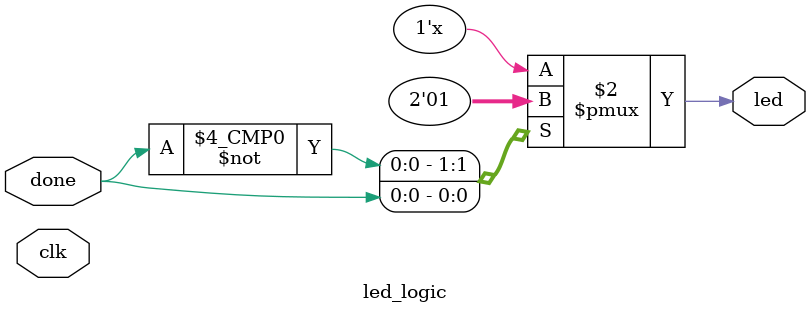
<source format=sv>
module led_logic(clk, done, led);
   input logic clk, done;
   output logic led;
    
   always_comb begin
       case(done)
           0: led = 0;
           1: led = 1;
       endcase
   end
endmodule

</source>
